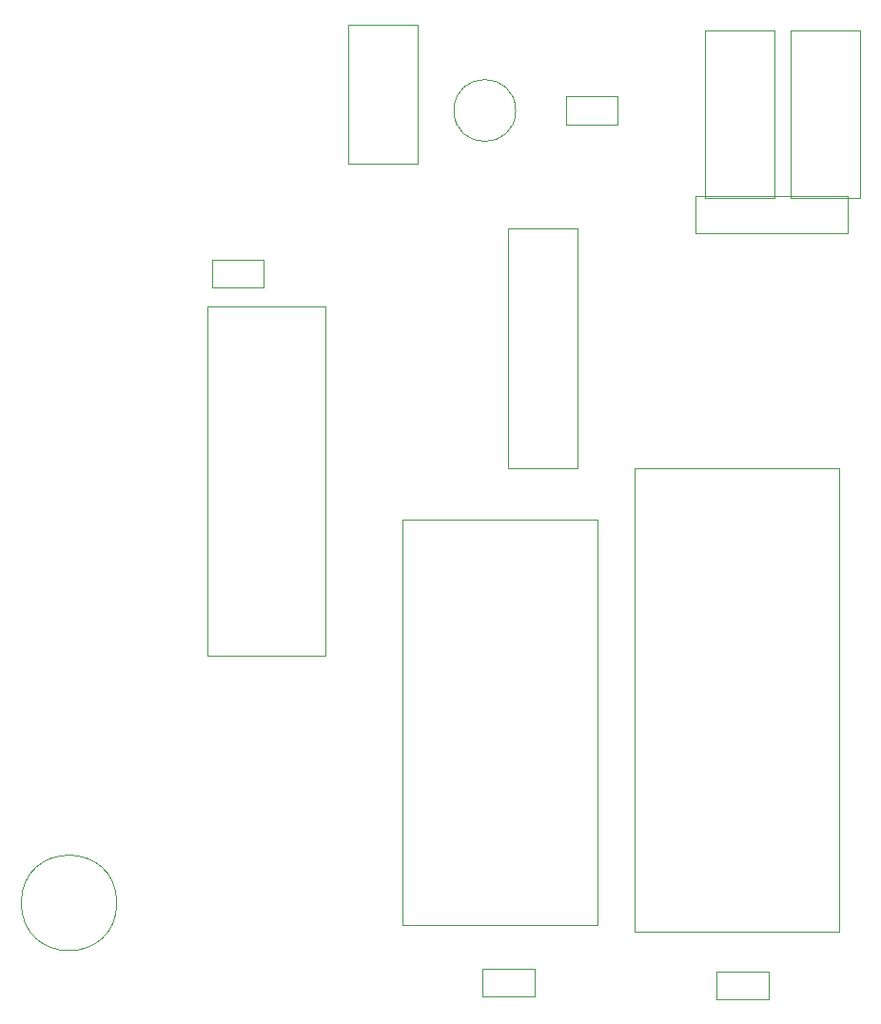
<source format=gbr>
%TF.GenerationSoftware,KiCad,Pcbnew,(5.1.10)-1*%
%TF.CreationDate,2025-03-03T19:14:52+01:00*%
%TF.ProjectId,CH376,43483337-362e-46b6-9963-61645f706362,rev?*%
%TF.SameCoordinates,Original*%
%TF.FileFunction,Other,User*%
%FSLAX46Y46*%
G04 Gerber Fmt 4.6, Leading zero omitted, Abs format (unit mm)*
G04 Created by KiCad (PCBNEW (5.1.10)-1) date 2025-03-03 19:14:52*
%MOMM*%
%LPD*%
G01*
G04 APERTURE LIST*
%ADD10C,0.050000*%
G04 APERTURE END LIST*
D10*
%TO.C,J1*%
X119358000Y-85844000D02*
X119358000Y-64494000D01*
X125458000Y-85844000D02*
X119358000Y-85844000D01*
X125458000Y-64494000D02*
X125458000Y-85844000D01*
X119358000Y-64494000D02*
X125458000Y-64494000D01*
%TO.C,RN1*%
X135968000Y-61596000D02*
X135968000Y-64896000D01*
X135968000Y-64896000D02*
X149568000Y-64896000D01*
X149568000Y-64896000D02*
X149568000Y-61596000D01*
X149568000Y-61596000D02*
X135968000Y-61596000D01*
%TO.C,U2*%
X109948000Y-90398000D02*
X109948000Y-126498000D01*
X109948000Y-126498000D02*
X127298000Y-126498000D01*
X127298000Y-126498000D02*
X127298000Y-90398000D01*
X127298000Y-90398000D02*
X109948000Y-90398000D01*
%TO.C,J4*%
X144504000Y-61744000D02*
X150654000Y-61744000D01*
X150654000Y-61744000D02*
X150654000Y-46844000D01*
X150654000Y-46844000D02*
X144504000Y-46844000D01*
X144504000Y-46844000D02*
X144504000Y-61744000D01*
%TO.C,J3*%
X105134000Y-46346000D02*
X105134000Y-58696000D01*
X111284000Y-46346000D02*
X105134000Y-46346000D01*
X111284000Y-58696000D02*
X111284000Y-46346000D01*
X105134000Y-58696000D02*
X111284000Y-58696000D01*
%TO.C,J2*%
X136884000Y-46844000D02*
X136884000Y-61744000D01*
X143034000Y-46844000D02*
X136884000Y-46844000D01*
X143034000Y-61744000D02*
X143034000Y-46844000D01*
X136884000Y-61744000D02*
X143034000Y-61744000D01*
%TO.C,U3*%
X148780000Y-85826000D02*
X130580000Y-85826000D01*
X148780000Y-127026000D02*
X148780000Y-85826000D01*
X130580000Y-127026000D02*
X148780000Y-127026000D01*
X130580000Y-85826000D02*
X130580000Y-127026000D01*
%TO.C,C4*%
X120000000Y-54000000D02*
G75*
G03*
X120000000Y-54000000I-2750000J0D01*
G01*
%TO.C,C3*%
X129050000Y-52750000D02*
X124450000Y-52750000D01*
X129050000Y-55250000D02*
X129050000Y-52750000D01*
X124450000Y-55250000D02*
X129050000Y-55250000D01*
X124450000Y-52750000D02*
X124450000Y-55250000D01*
%TO.C,C2*%
X121660000Y-130322000D02*
X117060000Y-130322000D01*
X121660000Y-132822000D02*
X121660000Y-130322000D01*
X117060000Y-132822000D02*
X121660000Y-132822000D01*
X117060000Y-130322000D02*
X117060000Y-132822000D01*
%TO.C,C1*%
X84500000Y-124500000D02*
G75*
G03*
X84500000Y-124500000I-4250000J0D01*
G01*
%TO.C,C1012*%
X92950000Y-67250000D02*
X92950000Y-69750000D01*
X92950000Y-69750000D02*
X97550000Y-69750000D01*
X97550000Y-69750000D02*
X97550000Y-67250000D01*
X97550000Y-67250000D02*
X92950000Y-67250000D01*
%TO.C,C1013*%
X142488000Y-130576000D02*
X137888000Y-130576000D01*
X142488000Y-133076000D02*
X142488000Y-130576000D01*
X137888000Y-133076000D02*
X142488000Y-133076000D01*
X137888000Y-130576000D02*
X137888000Y-133076000D01*
%TO.C,U1*%
X92550000Y-71450000D02*
X92550000Y-102500000D01*
X92550000Y-102500000D02*
X103100000Y-102500000D01*
X103100000Y-102500000D02*
X103100000Y-71450000D01*
X103100000Y-71450000D02*
X92550000Y-71450000D01*
%TD*%
M02*

</source>
